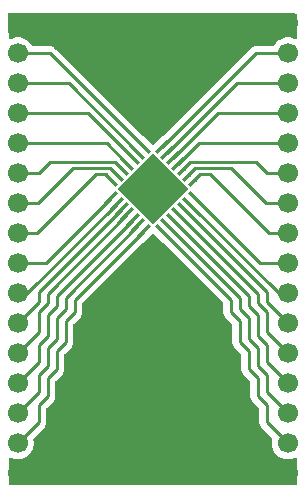
<source format=gtl>
G04 #@! TF.GenerationSoftware,KiCad,Pcbnew,9.0.6*
G04 #@! TF.CreationDate,2026-01-08T16:00:18-06:00*
G04 #@! TF.ProjectId,QFN-28_6x6_P0.65,51464e2d-3238-45f3-9678-365f50302e36,rev?*
G04 #@! TF.SameCoordinates,Original*
G04 #@! TF.FileFunction,Copper,L1,Top*
G04 #@! TF.FilePolarity,Positive*
%FSLAX46Y46*%
G04 Gerber Fmt 4.6, Leading zero omitted, Abs format (unit mm)*
G04 Created by KiCad (PCBNEW 9.0.6) date 2026-01-08 16:00:18*
%MOMM*%
%LPD*%
G01*
G04 APERTURE LIST*
G04 Aperture macros list*
%AMRoundRect*
0 Rectangle with rounded corners*
0 $1 Rounding radius*
0 $2 $3 $4 $5 $6 $7 $8 $9 X,Y pos of 4 corners*
0 Add a 4 corners polygon primitive as box body*
4,1,4,$2,$3,$4,$5,$6,$7,$8,$9,$2,$3,0*
0 Add four circle primitives for the rounded corners*
1,1,$1+$1,$2,$3*
1,1,$1+$1,$4,$5*
1,1,$1+$1,$6,$7*
1,1,$1+$1,$8,$9*
0 Add four rect primitives between the rounded corners*
20,1,$1+$1,$2,$3,$4,$5,0*
20,1,$1+$1,$4,$5,$6,$7,0*
20,1,$1+$1,$6,$7,$8,$9,0*
20,1,$1+$1,$8,$9,$2,$3,0*%
%AMRotRect*
0 Rectangle, with rotation*
0 The origin of the aperture is its center*
0 $1 length*
0 $2 width*
0 $3 Rotation angle, in degrees counterclockwise*
0 Add horizontal line*
21,1,$1,$2,0,0,$3*%
G04 Aperture macros list end*
G04 #@! TA.AperFunction,ComponentPad*
%ADD10C,1.700000*%
G04 #@! TD*
G04 #@! TA.AperFunction,ComponentPad*
%ADD11R,1.700000X1.700000*%
G04 #@! TD*
G04 #@! TA.AperFunction,HeatsinkPad*
%ADD12C,0.500000*%
G04 #@! TD*
G04 #@! TA.AperFunction,HeatsinkPad*
%ADD13RotRect,4.250000X4.250000X315.000000*%
G04 #@! TD*
G04 #@! TA.AperFunction,SMDPad,CuDef*
%ADD14RoundRect,0.075000X-0.494975X-0.388909X-0.388909X-0.494975X0.494975X0.388909X0.388909X0.494975X0*%
G04 #@! TD*
G04 #@! TA.AperFunction,SMDPad,CuDef*
%ADD15RoundRect,0.075000X-0.494975X0.388909X0.388909X-0.494975X0.494975X-0.388909X-0.388909X0.494975X0*%
G04 #@! TD*
G04 #@! TA.AperFunction,ViaPad*
%ADD16C,0.600000*%
G04 #@! TD*
G04 #@! TA.AperFunction,Conductor*
%ADD17C,0.250000*%
G04 #@! TD*
G04 APERTURE END LIST*
D10*
X128016000Y-91948000D03*
X128016000Y-94488000D03*
X128016000Y-97028000D03*
X128016000Y-99568000D03*
X128016000Y-102108000D03*
X128016000Y-104648000D03*
X128016000Y-107188000D03*
X128016000Y-109728000D03*
X128016000Y-112268000D03*
X128016000Y-114808000D03*
X128016000Y-117348000D03*
X128016000Y-119888000D03*
X128016000Y-122428000D03*
X128016000Y-124968000D03*
X128016000Y-127508000D03*
X128016000Y-130048000D03*
D11*
X105156000Y-91948000D03*
D10*
X105156000Y-94488000D03*
X105156000Y-97028000D03*
X105156000Y-99568000D03*
X105156000Y-102108000D03*
X105156000Y-104648000D03*
X105156000Y-107188000D03*
X105156000Y-109728000D03*
X105156000Y-112268000D03*
X105156000Y-114808000D03*
X105156000Y-117348000D03*
X105156000Y-119888000D03*
X105156000Y-122428000D03*
X105156000Y-124968000D03*
X105156000Y-127508000D03*
X105156000Y-130048000D03*
D12*
X116586000Y-107998484D03*
X117257751Y-107326733D03*
X117929503Y-106654981D03*
X118601254Y-105983230D03*
X115914249Y-107326733D03*
X116586000Y-106654981D03*
X117257751Y-105983230D03*
X117929503Y-105311479D03*
D13*
X116586000Y-105983230D03*
D12*
X115242497Y-106654981D03*
X115914249Y-105983230D03*
X116586000Y-105311479D03*
X117257751Y-104639727D03*
X114570746Y-105983230D03*
X115242497Y-105311479D03*
X115914249Y-104639727D03*
X116586000Y-103967976D03*
D14*
X117354979Y-102456535D03*
X117814598Y-102916154D03*
X118274217Y-103375774D03*
X118733836Y-103835394D03*
X119193456Y-104295013D03*
X119653076Y-104754632D03*
X120112695Y-105214251D03*
D15*
X120112695Y-106752209D03*
X119653076Y-107211828D03*
X119193456Y-107671447D03*
X118733836Y-108131066D03*
X118274217Y-108590686D03*
X117814598Y-109050306D03*
X117354979Y-109509925D03*
D14*
X115817021Y-109509925D03*
X115357402Y-109050306D03*
X114897783Y-108590686D03*
X114438164Y-108131066D03*
X113978544Y-107671447D03*
X113518924Y-107211828D03*
X113059305Y-106752209D03*
D15*
X113059305Y-105214251D03*
X113518924Y-104754632D03*
X113978544Y-104295013D03*
X114438164Y-103835394D03*
X114897783Y-103375774D03*
X115357402Y-102916154D03*
X115817021Y-102456535D03*
D16*
X116488625Y-123016723D03*
X116586000Y-101284230D03*
X116586000Y-110682230D03*
D17*
X126194097Y-107188000D02*
X128016000Y-107188000D01*
X123233903Y-104227806D02*
X126194097Y-107188000D01*
X120179902Y-104227806D02*
X123233903Y-104227806D01*
X119653076Y-104754632D02*
X120179902Y-104227806D01*
X126238000Y-104648000D02*
X128016000Y-104648000D01*
X125309806Y-103719806D02*
X126238000Y-104648000D01*
X119193456Y-104295013D02*
X119768663Y-103719806D01*
X119768663Y-103719806D02*
X125309806Y-103719806D01*
X106850903Y-107188000D02*
X105156000Y-107188000D01*
X112992098Y-104227806D02*
X109811097Y-104227806D01*
X109811097Y-104227806D02*
X106850903Y-107188000D01*
X113518924Y-104754632D02*
X112992098Y-104227806D01*
X107862194Y-103719806D02*
X106934000Y-104648000D01*
X106934000Y-104648000D02*
X105156000Y-104648000D01*
X113403337Y-103719806D02*
X107862194Y-103719806D01*
X113978544Y-104295013D02*
X113403337Y-103719806D01*
X125476000Y-122007806D02*
X125476000Y-123531806D01*
X125476000Y-123531806D02*
X126238000Y-124293806D01*
X123952000Y-118959806D02*
X124714000Y-119721806D01*
X123952000Y-117181806D02*
X123952000Y-118959806D01*
X124714000Y-121245806D02*
X125476000Y-122007806D01*
X126238000Y-124293806D02*
X126238000Y-125730000D01*
X126238000Y-125730000D02*
X128016000Y-127508000D01*
X124714000Y-119721806D02*
X124714000Y-121245806D01*
X121412000Y-104735806D02*
X126404194Y-109728000D01*
X125476000Y-115657806D02*
X126238000Y-116419806D01*
X126238000Y-118110000D02*
X128016000Y-119888000D01*
X119653076Y-107211828D02*
X127249248Y-114808000D01*
X126238000Y-120650000D02*
X128016000Y-122428000D01*
X117814598Y-102916154D02*
X123702752Y-97028000D01*
X118274217Y-103375774D02*
X122081991Y-99568000D01*
X118733836Y-103835394D02*
X120461230Y-102108000D01*
X120461230Y-102108000D02*
X128016000Y-102108000D01*
X123190000Y-116419806D02*
X123952000Y-117181806D01*
X123702752Y-97028000D02*
X128016000Y-97028000D01*
X123190000Y-115344946D02*
X123190000Y-116419806D01*
X126238000Y-123190000D02*
X128016000Y-124968000D01*
X124714000Y-118705806D02*
X125476000Y-119467806D01*
X118733836Y-108131066D02*
X125476000Y-114873230D01*
X117354979Y-109509925D02*
X123190000Y-115344946D01*
X126238000Y-115570000D02*
X128016000Y-117348000D01*
X126238000Y-121753806D02*
X126238000Y-123190000D01*
X124714000Y-115030469D02*
X124714000Y-115911806D01*
X118274217Y-108590686D02*
X124714000Y-115030469D01*
X125476000Y-120991806D02*
X126238000Y-121753806D01*
X125476000Y-119467806D02*
X125476000Y-120991806D01*
X122081991Y-99568000D02*
X128016000Y-99568000D01*
X124714000Y-116927806D02*
X124714000Y-118705806D01*
X123952000Y-116165806D02*
X124714000Y-116927806D01*
X123952000Y-115187708D02*
X123952000Y-116165806D01*
X126238000Y-119213806D02*
X126238000Y-120650000D01*
X117354979Y-102456535D02*
X125323514Y-94488000D01*
X125628486Y-112268000D02*
X128016000Y-112268000D01*
X125323514Y-94488000D02*
X128016000Y-94488000D01*
X120112695Y-105214251D02*
X120591140Y-104735806D01*
X126404194Y-109728000D02*
X128016000Y-109728000D01*
X117814598Y-109050306D02*
X123952000Y-115187708D01*
X125476000Y-118451806D02*
X126238000Y-119213806D01*
X119193456Y-107671447D02*
X126238000Y-114715991D01*
X127249248Y-114808000D02*
X128016000Y-114808000D01*
X125476000Y-116673806D02*
X125476000Y-118451806D01*
X124714000Y-115911806D02*
X125476000Y-116673806D01*
X126238000Y-116419806D02*
X126238000Y-118110000D01*
X125476000Y-114873230D02*
X125476000Y-115657806D01*
X126238000Y-114715991D02*
X126238000Y-115570000D01*
X120591140Y-104735806D02*
X121412000Y-104735806D01*
X120112695Y-106752209D02*
X125628486Y-112268000D01*
X106934000Y-125730000D02*
X105156000Y-127508000D01*
X107696000Y-123531806D02*
X106934000Y-124293806D01*
X107696000Y-122007806D02*
X107696000Y-123531806D01*
X108458000Y-121245806D02*
X107696000Y-122007806D01*
X106934000Y-124293806D02*
X106934000Y-125730000D01*
X108458000Y-119721806D02*
X108458000Y-121245806D01*
X109220000Y-118959806D02*
X108458000Y-119721806D01*
X109220000Y-117181806D02*
X109220000Y-118959806D01*
X109982000Y-116419806D02*
X109220000Y-117181806D01*
X109982000Y-115344946D02*
X109982000Y-116419806D01*
X115817021Y-109509925D02*
X109982000Y-115344946D01*
X106934000Y-123190000D02*
X105156000Y-124968000D01*
X106934000Y-121753806D02*
X106934000Y-123190000D01*
X107696000Y-120991806D02*
X106934000Y-121753806D01*
X107696000Y-119467806D02*
X107696000Y-120991806D01*
X108458000Y-118705806D02*
X107696000Y-119467806D01*
X108458000Y-116927806D02*
X108458000Y-118705806D01*
X109220000Y-116165806D02*
X108458000Y-116927806D01*
X109220000Y-115187708D02*
X109220000Y-116165806D01*
X115357402Y-109050306D02*
X109220000Y-115187708D01*
X106934000Y-120650000D02*
X105156000Y-122428000D01*
X107696000Y-118451806D02*
X106934000Y-119213806D01*
X107696000Y-116673806D02*
X107696000Y-118451806D01*
X108458000Y-115911806D02*
X107696000Y-116673806D01*
X106934000Y-119213806D02*
X106934000Y-120650000D01*
X108458000Y-115030469D02*
X108458000Y-115911806D01*
X114897783Y-108590686D02*
X108458000Y-115030469D01*
X106934000Y-118110000D02*
X105156000Y-119888000D01*
X106934000Y-116419806D02*
X106934000Y-118110000D01*
X107696000Y-115657806D02*
X106934000Y-116419806D01*
X114438164Y-108131066D02*
X107696000Y-114873230D01*
X107696000Y-114873230D02*
X107696000Y-115657806D01*
X106934000Y-114715991D02*
X106934000Y-115570000D01*
X106934000Y-115570000D02*
X105156000Y-117348000D01*
X113978544Y-107671447D02*
X106934000Y-114715991D01*
X105922752Y-114808000D02*
X105156000Y-114808000D01*
X113518924Y-107211828D02*
X105922752Y-114808000D01*
X107543514Y-112268000D02*
X105156000Y-112268000D01*
X113059305Y-106752209D02*
X107543514Y-112268000D01*
X107848486Y-94488000D02*
X105156000Y-94488000D01*
X115817021Y-102456535D02*
X107848486Y-94488000D01*
X109469248Y-97028000D02*
X105156000Y-97028000D01*
X115357402Y-102916154D02*
X109469248Y-97028000D01*
X111090009Y-99568000D02*
X105156000Y-99568000D01*
X114897783Y-103375774D02*
X111090009Y-99568000D01*
X112710770Y-102108000D02*
X105156000Y-102108000D01*
X114438164Y-103835394D02*
X112710770Y-102108000D01*
X106767806Y-109728000D02*
X105156000Y-109728000D01*
X111760000Y-104735806D02*
X106767806Y-109728000D01*
X112580860Y-104735806D02*
X111760000Y-104735806D01*
X113059305Y-105214251D02*
X112580860Y-104735806D01*
G04 #@! TA.AperFunction,Conductor*
G36*
X116629333Y-109720072D02*
G01*
X116673681Y-109748573D01*
X117363614Y-110438507D01*
X117363621Y-110438513D01*
X117453651Y-110507596D01*
X117453654Y-110507597D01*
X117453655Y-110507598D01*
X117455461Y-110508346D01*
X117458708Y-110510515D01*
X117460692Y-110511661D01*
X117460616Y-110511791D01*
X117495690Y-110535226D01*
X122528181Y-115567717D01*
X122561666Y-115629040D01*
X122564500Y-115655398D01*
X122564500Y-116481417D01*
X122573979Y-116529070D01*
X122573980Y-116529073D01*
X122581034Y-116564539D01*
X122588537Y-116602257D01*
X122588538Y-116602259D01*
X122635688Y-116716092D01*
X122635690Y-116716096D01*
X122651272Y-116739416D01*
X122651277Y-116739422D01*
X122655241Y-116745354D01*
X122704142Y-116818539D01*
X122791267Y-116905664D01*
X122791270Y-116905666D01*
X122799179Y-116913575D01*
X123290181Y-117404577D01*
X123323666Y-117465900D01*
X123326500Y-117492258D01*
X123326500Y-119021417D01*
X123335979Y-119069070D01*
X123335980Y-119069073D01*
X123343034Y-119104539D01*
X123350537Y-119142257D01*
X123350538Y-119142259D01*
X123397688Y-119256092D01*
X123397690Y-119256096D01*
X123413272Y-119279416D01*
X123413277Y-119279422D01*
X123417241Y-119285354D01*
X123466142Y-119358539D01*
X123553267Y-119445664D01*
X123553270Y-119445666D01*
X123561179Y-119453575D01*
X124052181Y-119944577D01*
X124085666Y-120005900D01*
X124088500Y-120032257D01*
X124088500Y-121307412D01*
X124105034Y-121390539D01*
X124112537Y-121428257D01*
X124112538Y-121428259D01*
X124159688Y-121542092D01*
X124159690Y-121542096D01*
X124175272Y-121565416D01*
X124175277Y-121565422D01*
X124179241Y-121571354D01*
X124228142Y-121644539D01*
X124315267Y-121731664D01*
X124315270Y-121731666D01*
X124323179Y-121739575D01*
X124814181Y-122230577D01*
X124847666Y-122291900D01*
X124850500Y-122318257D01*
X124850500Y-123593412D01*
X124867635Y-123679557D01*
X124874537Y-123714259D01*
X124875442Y-123716443D01*
X124887373Y-123745246D01*
X124921688Y-123828092D01*
X124955915Y-123879315D01*
X124959845Y-123885196D01*
X124990141Y-123930539D01*
X125081586Y-124021984D01*
X125081608Y-124022004D01*
X125576181Y-124516577D01*
X125609666Y-124577900D01*
X125612500Y-124604258D01*
X125612500Y-125791611D01*
X125636535Y-125912444D01*
X125636540Y-125912461D01*
X125683685Y-126026280D01*
X125683687Y-126026283D01*
X125683688Y-126026286D01*
X125717915Y-126077509D01*
X125752142Y-126128733D01*
X125839267Y-126215858D01*
X125839269Y-126215859D01*
X125849232Y-126225822D01*
X126673571Y-127050162D01*
X126707056Y-127111485D01*
X126703821Y-127176160D01*
X126698754Y-127191753D01*
X126665500Y-127401713D01*
X126665500Y-127614286D01*
X126698753Y-127824239D01*
X126764444Y-128026414D01*
X126860951Y-128215820D01*
X126985890Y-128387786D01*
X127136213Y-128538109D01*
X127308179Y-128663048D01*
X127308181Y-128663049D01*
X127308184Y-128663051D01*
X127497588Y-128759557D01*
X127699757Y-128825246D01*
X127909713Y-128858500D01*
X127909714Y-128858500D01*
X128122286Y-128858500D01*
X128122287Y-128858500D01*
X128332243Y-128825246D01*
X128534412Y-128759557D01*
X128605205Y-128723485D01*
X128673874Y-128710590D01*
X128738614Y-128736866D01*
X128778872Y-128793972D01*
X128785500Y-128833971D01*
X128785500Y-130885730D01*
X128765815Y-130952769D01*
X128713011Y-130998524D01*
X128661500Y-131009730D01*
X104510500Y-131009730D01*
X104443461Y-130990045D01*
X104397706Y-130937241D01*
X104386500Y-130885730D01*
X104386500Y-128833971D01*
X104406185Y-128766932D01*
X104458989Y-128721177D01*
X104528147Y-128711233D01*
X104566793Y-128723485D01*
X104637588Y-128759557D01*
X104839757Y-128825246D01*
X105049713Y-128858500D01*
X105049714Y-128858500D01*
X105262286Y-128858500D01*
X105262287Y-128858500D01*
X105472243Y-128825246D01*
X105674412Y-128759557D01*
X105863816Y-128663051D01*
X105885789Y-128647086D01*
X106035786Y-128538109D01*
X106035788Y-128538106D01*
X106035792Y-128538104D01*
X106186104Y-128387792D01*
X106186106Y-128387788D01*
X106186109Y-128387786D01*
X106311048Y-128215820D01*
X106311047Y-128215820D01*
X106311051Y-128215816D01*
X106407557Y-128026412D01*
X106473246Y-127824243D01*
X106506500Y-127614287D01*
X106506500Y-127401713D01*
X106473246Y-127191757D01*
X106468178Y-127176159D01*
X106466183Y-127106318D01*
X106498426Y-127050163D01*
X107419858Y-126128733D01*
X107488312Y-126026285D01*
X107535463Y-125912451D01*
X107559500Y-125791606D01*
X107559500Y-125668393D01*
X107559500Y-124604257D01*
X107579185Y-124537218D01*
X107595815Y-124516580D01*
X108094729Y-124017666D01*
X108094733Y-124017664D01*
X108181858Y-123930539D01*
X108250311Y-123828092D01*
X108250312Y-123828091D01*
X108284627Y-123745246D01*
X108297463Y-123714258D01*
X108321500Y-123593412D01*
X108321500Y-122318257D01*
X108341185Y-122251218D01*
X108357815Y-122230580D01*
X108856729Y-121731666D01*
X108856733Y-121731664D01*
X108943858Y-121644539D01*
X108995256Y-121567615D01*
X109012312Y-121542091D01*
X109059463Y-121428257D01*
X109066966Y-121390539D01*
X109083500Y-121307412D01*
X109083500Y-120032257D01*
X109103185Y-119965218D01*
X109119815Y-119944580D01*
X109618729Y-119445666D01*
X109618733Y-119445664D01*
X109705858Y-119358539D01*
X109774311Y-119256092D01*
X109774312Y-119256091D01*
X109774313Y-119256088D01*
X109774315Y-119256085D01*
X109774315Y-119256083D01*
X109821462Y-119142259D01*
X109821463Y-119142257D01*
X109828966Y-119104539D01*
X109845500Y-119021412D01*
X109845500Y-117492257D01*
X109865185Y-117425218D01*
X109881815Y-117404580D01*
X110380729Y-116905666D01*
X110380733Y-116905664D01*
X110467858Y-116818539D01*
X110536311Y-116716092D01*
X110536312Y-116716091D01*
X110536313Y-116716088D01*
X110536315Y-116716085D01*
X110536315Y-116716083D01*
X110583462Y-116602259D01*
X110583463Y-116602257D01*
X110590966Y-116564539D01*
X110607500Y-116481412D01*
X110607500Y-115655397D01*
X110627185Y-115588358D01*
X110643814Y-115567721D01*
X115676310Y-110535224D01*
X115711380Y-110511794D01*
X115711305Y-110511663D01*
X115713308Y-110510506D01*
X115716546Y-110508342D01*
X115718345Y-110507598D01*
X115808380Y-110438512D01*
X116498319Y-109748573D01*
X116559642Y-109715088D01*
X116629333Y-109720072D01*
G37*
G04 #@! TD.AperFunction*
G04 #@! TA.AperFunction,Conductor*
G36*
X116592462Y-103421442D02*
G01*
X116609514Y-103419821D01*
X116642863Y-103431377D01*
X116652698Y-103436452D01*
X116675838Y-103454208D01*
X116732952Y-103477865D01*
X116737558Y-103480242D01*
X116759227Y-103500920D01*
X116782551Y-103519715D01*
X116784239Y-103524788D01*
X116788106Y-103528478D01*
X116795256Y-103542983D01*
X116816924Y-103595294D01*
X116886013Y-103685333D01*
X116886017Y-103685338D01*
X117045413Y-103844734D01*
X117045418Y-103844738D01*
X117045421Y-103844741D01*
X117096404Y-103883861D01*
X117135455Y-103913826D01*
X117135456Y-103913826D01*
X117135457Y-103913827D01*
X117187766Y-103935494D01*
X117242169Y-103979335D01*
X117254873Y-104002601D01*
X117276542Y-104054912D01*
X117276543Y-104054914D01*
X117276544Y-104054915D01*
X117276546Y-104054918D01*
X117345632Y-104144953D01*
X117345636Y-104144958D01*
X117505032Y-104304354D01*
X117505037Y-104304358D01*
X117505040Y-104304361D01*
X117556023Y-104343481D01*
X117595074Y-104373446D01*
X117595075Y-104373446D01*
X117595076Y-104373447D01*
X117647385Y-104395114D01*
X117701788Y-104438955D01*
X117714492Y-104462221D01*
X117736161Y-104514532D01*
X117736162Y-104514534D01*
X117736163Y-104514535D01*
X117763766Y-104550509D01*
X117805251Y-104604573D01*
X117805255Y-104604578D01*
X117964651Y-104763974D01*
X117964656Y-104763978D01*
X117964659Y-104763981D01*
X118032186Y-104815795D01*
X118054696Y-104833068D01*
X118107005Y-104854735D01*
X118161409Y-104898576D01*
X118174114Y-104921842D01*
X118179139Y-104933972D01*
X118195783Y-104974154D01*
X118243640Y-105036524D01*
X118264871Y-105064192D01*
X118264875Y-105064197D01*
X118424271Y-105223593D01*
X118424276Y-105223597D01*
X118424279Y-105223600D01*
X118473647Y-105261481D01*
X118514316Y-105292687D01*
X118566625Y-105314354D01*
X118621029Y-105358195D01*
X118633734Y-105381461D01*
X118655403Y-105433773D01*
X118724491Y-105523811D01*
X118724495Y-105523816D01*
X118883891Y-105683212D01*
X118883896Y-105683216D01*
X118883899Y-105683219D01*
X118973935Y-105752305D01*
X118973934Y-105752305D01*
X119026244Y-105773972D01*
X119046248Y-105790092D01*
X119068502Y-105802929D01*
X119075488Y-105813654D01*
X119080648Y-105817812D01*
X119088986Y-105831670D01*
X119091366Y-105836283D01*
X119115022Y-105893392D01*
X119132775Y-105916528D01*
X119137852Y-105926367D01*
X119142462Y-105950239D01*
X119151228Y-105972914D01*
X119148968Y-105983928D01*
X119151101Y-105994969D01*
X119142074Y-106017542D01*
X119137189Y-106041359D01*
X119126035Y-106058715D01*
X119115020Y-106073069D01*
X119093352Y-106125380D01*
X119049510Y-106179782D01*
X119026247Y-106192485D01*
X118973935Y-106214153D01*
X118883896Y-106283243D01*
X118883891Y-106283247D01*
X118724495Y-106442643D01*
X118724491Y-106442648D01*
X118655406Y-106532681D01*
X118655403Y-106532687D01*
X118633733Y-106585000D01*
X118589890Y-106639402D01*
X118566629Y-106652104D01*
X118514314Y-106673774D01*
X118514309Y-106673777D01*
X118424276Y-106742862D01*
X118424271Y-106742866D01*
X118264875Y-106902262D01*
X118264871Y-106902267D01*
X118195786Y-106992300D01*
X118195783Y-106992306D01*
X118174113Y-107044619D01*
X118130270Y-107099021D01*
X118107009Y-107111723D01*
X118054694Y-107133393D01*
X118054689Y-107133396D01*
X117964656Y-107202481D01*
X117964651Y-107202485D01*
X117805255Y-107361881D01*
X117805251Y-107361886D01*
X117736166Y-107451919D01*
X117736163Y-107451924D01*
X117714493Y-107504239D01*
X117670650Y-107558641D01*
X117647389Y-107571343D01*
X117595076Y-107593013D01*
X117595070Y-107593016D01*
X117505037Y-107662101D01*
X117505032Y-107662105D01*
X117345636Y-107821501D01*
X117345632Y-107821506D01*
X117276547Y-107911539D01*
X117276544Y-107911544D01*
X117254874Y-107963859D01*
X117211031Y-108018261D01*
X117187770Y-108030963D01*
X117135457Y-108052633D01*
X117135451Y-108052636D01*
X117045418Y-108121721D01*
X117045413Y-108121725D01*
X116886017Y-108281121D01*
X116886013Y-108281126D01*
X116816923Y-108371165D01*
X116795255Y-108423477D01*
X116779135Y-108443478D01*
X116766300Y-108465731D01*
X116755570Y-108472720D01*
X116751413Y-108477879D01*
X116737559Y-108486215D01*
X116732934Y-108488601D01*
X116675838Y-108512252D01*
X116652703Y-108530003D01*
X116642864Y-108535081D01*
X116618993Y-108539691D01*
X116596316Y-108548458D01*
X116585301Y-108546198D01*
X116574262Y-108548331D01*
X116551688Y-108539304D01*
X116527871Y-108534419D01*
X116510515Y-108523265D01*
X116496161Y-108512251D01*
X116443850Y-108490583D01*
X116389446Y-108446742D01*
X116376742Y-108423474D01*
X116355075Y-108371164D01*
X116318897Y-108324017D01*
X116285989Y-108281129D01*
X116285986Y-108281126D01*
X116285982Y-108281121D01*
X116126586Y-108121725D01*
X116126581Y-108121721D01*
X116126579Y-108121719D01*
X116036543Y-108052633D01*
X115984231Y-108030964D01*
X115929828Y-107987122D01*
X115917124Y-107963855D01*
X115895457Y-107911546D01*
X115833198Y-107830408D01*
X115826370Y-107821509D01*
X115826367Y-107821506D01*
X115826363Y-107821501D01*
X115666967Y-107662105D01*
X115666962Y-107662101D01*
X115666960Y-107662099D01*
X115576924Y-107593013D01*
X115537117Y-107576524D01*
X115524612Y-107571344D01*
X115470209Y-107527502D01*
X115457505Y-107504235D01*
X115435838Y-107451926D01*
X115418565Y-107429416D01*
X115366751Y-107361889D01*
X115366748Y-107361886D01*
X115366744Y-107361881D01*
X115207348Y-107202485D01*
X115207343Y-107202481D01*
X115207341Y-107202479D01*
X115117305Y-107133393D01*
X115117304Y-107133392D01*
X115117302Y-107133391D01*
X115064991Y-107111722D01*
X115010588Y-107067881D01*
X114997884Y-107044615D01*
X114976216Y-106992304D01*
X114946251Y-106953253D01*
X114907131Y-106902270D01*
X114907128Y-106902267D01*
X114907124Y-106902262D01*
X114747728Y-106742866D01*
X114747723Y-106742862D01*
X114747721Y-106742860D01*
X114657685Y-106673774D01*
X114657684Y-106673773D01*
X114657682Y-106673772D01*
X114605371Y-106652103D01*
X114550968Y-106608262D01*
X114538264Y-106584996D01*
X114516596Y-106532685D01*
X114486631Y-106493634D01*
X114447511Y-106442651D01*
X114447508Y-106442648D01*
X114447504Y-106442643D01*
X114288108Y-106283247D01*
X114288103Y-106283243D01*
X114288101Y-106283241D01*
X114198065Y-106214155D01*
X114198064Y-106214154D01*
X114145753Y-106192486D01*
X114125747Y-106176364D01*
X114103496Y-106163529D01*
X114096510Y-106152804D01*
X114091349Y-106148645D01*
X114083012Y-106134788D01*
X114080635Y-106130182D01*
X114056978Y-106073068D01*
X114039222Y-106049928D01*
X114034147Y-106040093D01*
X114029536Y-106016221D01*
X114020771Y-105993549D01*
X114023030Y-105982532D01*
X114020898Y-105971491D01*
X114029923Y-105948921D01*
X114034808Y-105925104D01*
X114045967Y-105907742D01*
X114052247Y-105899557D01*
X114056978Y-105893392D01*
X114078646Y-105841078D01*
X114122484Y-105786678D01*
X114145745Y-105773975D01*
X114198065Y-105752305D01*
X114288101Y-105683219D01*
X114447511Y-105523809D01*
X114516597Y-105433773D01*
X114538265Y-105381461D01*
X114582104Y-105327060D01*
X114605362Y-105314358D01*
X114657685Y-105292686D01*
X114747721Y-105223600D01*
X114907131Y-105064190D01*
X114976217Y-104974154D01*
X114997885Y-104921842D01*
X115041724Y-104867441D01*
X115064982Y-104854739D01*
X115117305Y-104833067D01*
X115207341Y-104763981D01*
X115366751Y-104604571D01*
X115435837Y-104514535D01*
X115457506Y-104462219D01*
X115501345Y-104407819D01*
X115524607Y-104395117D01*
X115576924Y-104373447D01*
X115666960Y-104304361D01*
X115826370Y-104144951D01*
X115895456Y-104054915D01*
X115917125Y-104002599D01*
X115960964Y-103948199D01*
X115984226Y-103935497D01*
X116036543Y-103913827D01*
X116126579Y-103844741D01*
X116285989Y-103685331D01*
X116355075Y-103595295D01*
X116376743Y-103542981D01*
X116420581Y-103488581D01*
X116443842Y-103475878D01*
X116496162Y-103454208D01*
X116510512Y-103443197D01*
X116526488Y-103437020D01*
X116539958Y-103426436D01*
X116558400Y-103424682D01*
X116575681Y-103418001D01*
X116592462Y-103421442D01*
G37*
G04 #@! TD.AperFunction*
G04 #@! TA.AperFunction,Conductor*
G36*
X128728539Y-91136415D02*
G01*
X128774294Y-91189219D01*
X128785500Y-91240730D01*
X128785500Y-93162028D01*
X128765815Y-93229067D01*
X128713011Y-93274822D01*
X128643853Y-93284766D01*
X128605206Y-93272513D01*
X128534417Y-93236445D01*
X128534414Y-93236444D01*
X128534412Y-93236443D01*
X128332243Y-93170754D01*
X128332241Y-93170753D01*
X128332240Y-93170753D01*
X128170957Y-93145208D01*
X128122287Y-93137500D01*
X127909713Y-93137500D01*
X127861042Y-93145208D01*
X127699760Y-93170753D01*
X127497585Y-93236444D01*
X127308179Y-93332951D01*
X127136213Y-93457890D01*
X126985890Y-93608213D01*
X126860950Y-93780180D01*
X126853503Y-93794797D01*
X126805527Y-93845592D01*
X126743019Y-93862500D01*
X125261903Y-93862500D01*
X125206211Y-93873578D01*
X125201485Y-93874518D01*
X125158257Y-93883116D01*
X125141060Y-93886537D01*
X125027230Y-93933687D01*
X125027221Y-93933692D01*
X124924782Y-94002140D01*
X124881219Y-94045703D01*
X124837656Y-94089267D01*
X124837653Y-94089270D01*
X117495689Y-101431233D01*
X117460621Y-101454667D01*
X117460696Y-101454797D01*
X117458715Y-101455940D01*
X117455469Y-101458110D01*
X117453661Y-101458859D01*
X117453651Y-101458864D01*
X117363621Y-101527946D01*
X117363614Y-101527952D01*
X116673681Y-102217886D01*
X116612358Y-102251371D01*
X116542666Y-102246387D01*
X116498319Y-102217886D01*
X115808385Y-101527952D01*
X115808378Y-101527946D01*
X115718347Y-101458863D01*
X115718345Y-101458862D01*
X115716530Y-101458110D01*
X115713267Y-101455930D01*
X115711307Y-101454798D01*
X115711381Y-101454669D01*
X115676309Y-101431233D01*
X108341636Y-94096560D01*
X108334346Y-94089270D01*
X108334344Y-94089267D01*
X108247219Y-94002142D01*
X108195995Y-93967915D01*
X108144772Y-93933688D01*
X108144769Y-93933686D01*
X108144766Y-93933685D01*
X108071089Y-93903168D01*
X108071087Y-93903167D01*
X108064278Y-93900347D01*
X108030938Y-93886537D01*
X107970515Y-93874518D01*
X107965792Y-93873578D01*
X107965790Y-93873578D01*
X107910096Y-93862500D01*
X107910093Y-93862500D01*
X107910092Y-93862500D01*
X106428981Y-93862500D01*
X106361942Y-93842815D01*
X106318497Y-93794797D01*
X106311049Y-93780180D01*
X106186109Y-93608213D01*
X106035786Y-93457890D01*
X105863820Y-93332951D01*
X105674414Y-93236444D01*
X105674413Y-93236443D01*
X105674412Y-93236443D01*
X105472243Y-93170754D01*
X105472241Y-93170753D01*
X105472240Y-93170753D01*
X105310957Y-93145208D01*
X105262287Y-93137500D01*
X105049713Y-93137500D01*
X105001042Y-93145208D01*
X104839760Y-93170753D01*
X104637582Y-93236445D01*
X104566794Y-93272513D01*
X104498125Y-93285409D01*
X104433384Y-93259132D01*
X104393128Y-93202025D01*
X104386500Y-93162028D01*
X104386500Y-91240730D01*
X104406185Y-91173691D01*
X104458989Y-91127936D01*
X104510500Y-91116730D01*
X128661500Y-91116730D01*
X128728539Y-91136415D01*
G37*
G04 #@! TD.AperFunction*
M02*

</source>
